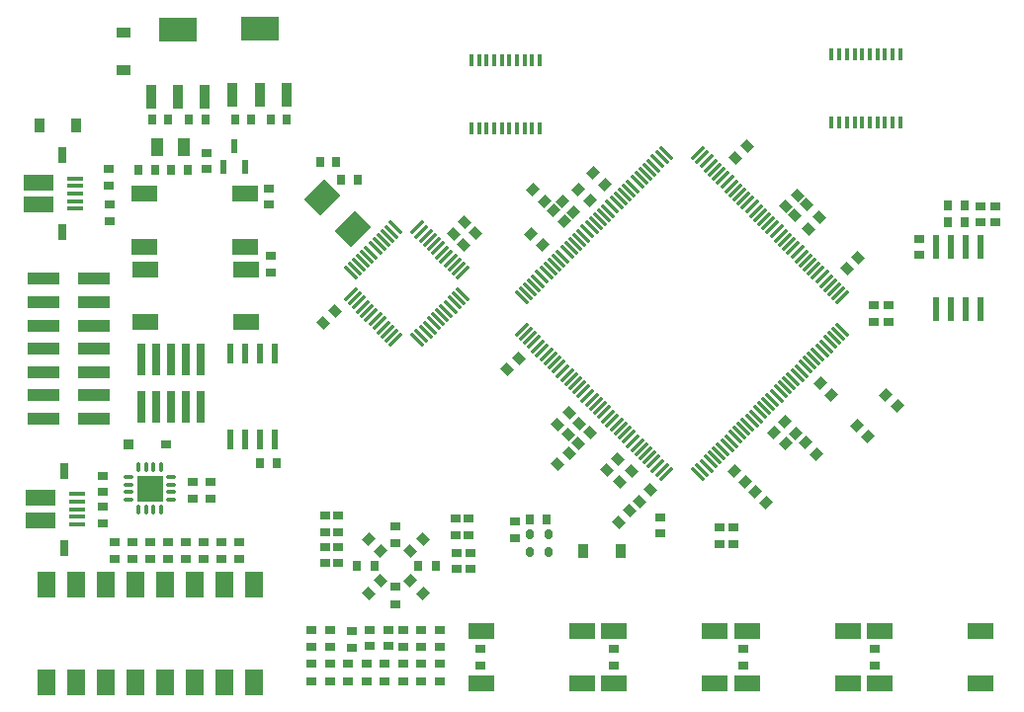
<source format=gtp>
%FSLAX25Y25*%
%MOIN*%
G70*
G01*
G75*
G04 Layer_Color=8421504*
%ADD10R,0.03347X0.03150*%
G04:AMPARAMS|DCode=11|XSize=25.59mil|YSize=33.47mil|CornerRadius=6.4mil|HoleSize=0mil|Usage=FLASHONLY|Rotation=180.000|XOffset=0mil|YOffset=0mil|HoleType=Round|Shape=RoundedRectangle|*
%AMROUNDEDRECTD11*
21,1,0.02559,0.02067,0,0,180.0*
21,1,0.01280,0.03347,0,0,180.0*
1,1,0.01280,-0.00640,0.01034*
1,1,0.01280,0.00640,0.01034*
1,1,0.01280,0.00640,-0.01034*
1,1,0.01280,-0.00640,-0.01034*
%
%ADD11ROUNDEDRECTD11*%
%ADD12R,0.03150X0.03347*%
%ADD13R,0.02362X0.04724*%
%ADD14R,0.04331X0.05906*%
G04:AMPARAMS|DCode=15|XSize=33.47mil|YSize=31.5mil|CornerRadius=0mil|HoleSize=0mil|Usage=FLASHONLY|Rotation=225.000|XOffset=0mil|YOffset=0mil|HoleType=Round|Shape=Rectangle|*
%AMROTATEDRECTD15*
4,1,4,0.00070,0.02297,0.02297,0.00070,-0.00070,-0.02297,-0.02297,-0.00070,0.00070,0.02297,0.0*
%
%ADD15ROTATEDRECTD15*%

%ADD16R,0.03819X0.03543*%
%ADD17R,0.03819X0.02559*%
%ADD18R,0.08500X0.05500*%
%ADD19R,0.08661X0.08661*%
%ADD20O,0.03740X0.01181*%
%ADD21O,0.01181X0.03740*%
G04:AMPARAMS|DCode=22|XSize=33.47mil|YSize=31.5mil|CornerRadius=0mil|HoleSize=0mil|Usage=FLASHONLY|Rotation=315.000|XOffset=0mil|YOffset=0mil|HoleType=Round|Shape=Rectangle|*
%AMROTATEDRECTD22*
4,1,4,-0.02297,0.00070,-0.00070,0.02297,0.02297,-0.00070,0.00070,-0.02297,-0.02297,0.00070,0.0*
%
%ADD22ROTATEDRECTD22*%

%ADD23R,0.03543X0.08268*%
%ADD24R,0.12992X0.08268*%
%ADD25R,0.04724X0.03347*%
%ADD26R,0.05000X0.03347*%
%ADD27R,0.03347X0.04724*%
%ADD28R,0.03347X0.05000*%
%ADD29R,0.02900X0.11000*%
G04:AMPARAMS|DCode=30|XSize=78.74mil|YSize=94.49mil|CornerRadius=0mil|HoleSize=0mil|Usage=FLASHONLY|Rotation=315.000|XOffset=0mil|YOffset=0mil|HoleType=Round|Shape=Rectangle|*
%AMROTATEDRECTD30*
4,1,4,-0.06125,-0.00557,0.00557,0.06125,0.06125,0.00557,-0.00557,-0.06125,-0.06125,-0.00557,0.0*
%
%ADD30ROTATEDRECTD30*%

%ADD31R,0.06000X0.08500*%
%ADD32R,0.02362X0.08071*%
G04:AMPARAMS|DCode=33|XSize=9.84mil|YSize=59.06mil|CornerRadius=0mil|HoleSize=0mil|Usage=FLASHONLY|Rotation=45.000|XOffset=0mil|YOffset=0mil|HoleType=Round|Shape=Rectangle|*
%AMROTATEDRECTD33*
4,1,4,0.01740,-0.02436,-0.02436,0.01740,-0.01740,0.02436,0.02436,-0.01740,0.01740,-0.02436,0.0*
%
%ADD33ROTATEDRECTD33*%

G04:AMPARAMS|DCode=34|XSize=9.84mil|YSize=59.06mil|CornerRadius=0mil|HoleSize=0mil|Usage=FLASHONLY|Rotation=135.000|XOffset=0mil|YOffset=0mil|HoleType=Round|Shape=Rectangle|*
%AMROTATEDRECTD34*
4,1,4,0.02436,0.01740,-0.01740,-0.02436,-0.02436,-0.01740,0.01740,0.02436,0.02436,0.01740,0.0*
%
%ADD34ROTATEDRECTD34*%

%ADD35R,0.02362X0.07087*%
%ADD36R,0.11024X0.03937*%
%ADD37R,0.01378X0.03937*%
%ADD38R,0.05512X0.01575*%
%ADD39R,0.09843X0.05610*%
%ADD40R,0.02756X0.05610*%
%ADD41C,0.01400*%
%ADD42C,0.01200*%
%ADD43R,0.06500X0.06500*%
%ADD44C,0.06500*%
%ADD45C,0.08661*%
%ADD46R,0.06500X0.06500*%
%ADD47R,0.05906X0.05906*%
%ADD48C,0.05906*%
%ADD49C,0.06299*%
%ADD50C,0.05709*%
%ADD51C,0.02598*%
%ADD52C,0.02500*%
%ADD53C,0.01000*%
%ADD54C,0.00984*%
%ADD55C,0.00787*%
%ADD56C,0.02362*%
%ADD57C,0.00700*%
%ADD58C,0.00591*%
%ADD59C,0.00600*%
%ADD60C,0.00800*%
%ADD61C,0.00400*%
%ADD62C,0.00500*%
D10*
X168000Y56244D02*
D03*
Y61756D02*
D03*
X64000Y180744D02*
D03*
Y186256D02*
D03*
X241900Y59856D02*
D03*
Y54344D02*
D03*
X294000Y134953D02*
D03*
Y129047D02*
D03*
X289000Y129244D02*
D03*
Y134756D02*
D03*
X237100Y54344D02*
D03*
Y59856D02*
D03*
X29000Y61244D02*
D03*
Y66756D02*
D03*
X65600Y69544D02*
D03*
Y75056D02*
D03*
X59500Y69544D02*
D03*
Y75056D02*
D03*
X29000Y77256D02*
D03*
Y71744D02*
D03*
X127900Y54447D02*
D03*
Y60353D02*
D03*
Y39753D02*
D03*
Y33847D02*
D03*
X31000Y175244D02*
D03*
Y180756D02*
D03*
X31500Y168756D02*
D03*
Y163244D02*
D03*
X85900Y145944D02*
D03*
Y151456D02*
D03*
X124243Y13753D02*
D03*
Y7847D02*
D03*
X118057Y13753D02*
D03*
Y7847D02*
D03*
X99500Y13753D02*
D03*
Y7847D02*
D03*
X111871Y13753D02*
D03*
Y7847D02*
D03*
X136614Y13753D02*
D03*
Y7847D02*
D03*
X142800Y13753D02*
D03*
Y7847D02*
D03*
X130429Y13753D02*
D03*
Y7847D02*
D03*
X105686Y13753D02*
D03*
Y7847D02*
D03*
X156500Y13244D02*
D03*
Y18756D02*
D03*
X289500Y13244D02*
D03*
Y18756D02*
D03*
X245000Y13244D02*
D03*
Y18756D02*
D03*
X201500Y13244D02*
D03*
Y18756D02*
D03*
X75000Y54756D02*
D03*
Y49244D02*
D03*
X69000Y54756D02*
D03*
Y49244D02*
D03*
X63000Y54756D02*
D03*
Y49244D02*
D03*
X57000Y54756D02*
D03*
Y49244D02*
D03*
X51000Y54756D02*
D03*
Y49244D02*
D03*
X45000D02*
D03*
Y54756D02*
D03*
X39000Y49244D02*
D03*
Y54756D02*
D03*
X33000Y49244D02*
D03*
Y54756D02*
D03*
X85100Y168744D02*
D03*
Y174256D02*
D03*
X325000Y168256D02*
D03*
Y162744D02*
D03*
X330000Y168256D02*
D03*
Y162744D02*
D03*
X217000Y63256D02*
D03*
Y57744D02*
D03*
X304500Y157256D02*
D03*
Y151744D02*
D03*
X105686Y19544D02*
D03*
Y25056D02*
D03*
X130429Y19544D02*
D03*
Y25056D02*
D03*
X142800Y19544D02*
D03*
Y25056D02*
D03*
X136614Y19544D02*
D03*
Y25056D02*
D03*
X113000Y19244D02*
D03*
Y24756D02*
D03*
X99500Y19544D02*
D03*
Y25056D02*
D03*
X119000Y19744D02*
D03*
Y25256D02*
D03*
X125500Y19744D02*
D03*
Y25256D02*
D03*
X108500Y47744D02*
D03*
Y53256D02*
D03*
X153000Y45744D02*
D03*
Y51256D02*
D03*
X104000Y47744D02*
D03*
X104000Y53256D02*
D03*
X104000Y58244D02*
D03*
X104000Y63756D02*
D03*
X108500Y58244D02*
D03*
Y63756D02*
D03*
X148000Y57244D02*
D03*
Y62756D02*
D03*
X152500Y57244D02*
D03*
Y62756D02*
D03*
X148500Y45744D02*
D03*
X148500Y51256D02*
D03*
D11*
X179496Y57602D02*
D03*
X173000D02*
D03*
Y51500D02*
D03*
X179496D02*
D03*
D12*
X178756Y62500D02*
D03*
X173244D02*
D03*
X46756Y180500D02*
D03*
X41244D02*
D03*
X135547Y46700D02*
D03*
X141453D02*
D03*
X120853Y46800D02*
D03*
X114947D02*
D03*
X115056Y177100D02*
D03*
X109544D02*
D03*
X102344Y183200D02*
D03*
X107856D02*
D03*
X57756Y180500D02*
D03*
X52244D02*
D03*
X91256Y197500D02*
D03*
X85744D02*
D03*
X45744D02*
D03*
X51256D02*
D03*
X82244Y81500D02*
D03*
X87756D02*
D03*
X79256Y197500D02*
D03*
X73744D02*
D03*
X63756D02*
D03*
X58244D02*
D03*
X314244Y163000D02*
D03*
X319756D02*
D03*
X314244Y168500D02*
D03*
X319756D02*
D03*
D13*
X69760Y181457D02*
D03*
X77240D02*
D03*
X73500Y188543D02*
D03*
D14*
X56449Y188067D02*
D03*
X47394D02*
D03*
D15*
X287249Y90451D02*
D03*
X283351Y94349D02*
D03*
X297049Y100751D02*
D03*
X293151Y104649D02*
D03*
X132883Y41817D02*
D03*
X137059Y37641D02*
D03*
X122917Y51783D02*
D03*
X118741Y55959D02*
D03*
X193449Y170051D02*
D03*
X189551Y173949D02*
D03*
X259449Y88051D02*
D03*
X255551Y91949D02*
D03*
X262949Y91551D02*
D03*
X259051Y95449D02*
D03*
X269949Y84551D02*
D03*
X266051Y88449D02*
D03*
X174251Y173749D02*
D03*
X178149Y169851D02*
D03*
X184051Y169949D02*
D03*
X187949Y166051D02*
D03*
X184949Y163051D02*
D03*
X181051Y166949D02*
D03*
X173551Y158949D02*
D03*
X177449Y155051D02*
D03*
X194551Y179449D02*
D03*
X198449Y175551D02*
D03*
X274949Y104551D02*
D03*
X271051Y108449D02*
D03*
X245949Y75051D02*
D03*
X242051Y78949D02*
D03*
X249051Y71949D02*
D03*
X252949Y68051D02*
D03*
D16*
X37819Y88000D02*
D03*
D17*
X50417D02*
D03*
D18*
X291200Y7200D02*
D03*
X325200D02*
D03*
X291200Y25000D02*
D03*
X325200D02*
D03*
X246367Y7200D02*
D03*
X280367D02*
D03*
X246367Y25000D02*
D03*
X280367D02*
D03*
X201533Y7200D02*
D03*
X235533D02*
D03*
X201533Y25000D02*
D03*
X235533D02*
D03*
X156700Y7200D02*
D03*
X190700D02*
D03*
X156700Y25000D02*
D03*
X190700D02*
D03*
X77500Y146900D02*
D03*
X43500D02*
D03*
X77500Y129100D02*
D03*
X43500D02*
D03*
X77000Y172400D02*
D03*
X43000D02*
D03*
X77000Y154600D02*
D03*
X43000D02*
D03*
D19*
X45000Y73000D02*
D03*
D20*
X52185Y76839D02*
D03*
Y74279D02*
D03*
Y71720D02*
D03*
Y69161D02*
D03*
X37815D02*
D03*
Y71720D02*
D03*
Y74279D02*
D03*
Y76839D02*
D03*
D21*
X48839Y65815D02*
D03*
X46279D02*
D03*
X43720D02*
D03*
X41161D02*
D03*
Y80185D02*
D03*
X43720D02*
D03*
X46279D02*
D03*
X48839D02*
D03*
D22*
X132883Y51783D02*
D03*
X137059Y55959D02*
D03*
X122917Y41817D02*
D03*
X118741Y37641D02*
D03*
X154849Y159249D02*
D03*
X150951Y155351D02*
D03*
X151313Y162784D02*
D03*
X147416Y158887D02*
D03*
X107349Y132749D02*
D03*
X103451Y128851D02*
D03*
X210051Y68551D02*
D03*
X213949Y72449D02*
D03*
X193449Y91949D02*
D03*
X189551Y88051D02*
D03*
X199051Y79051D02*
D03*
X202949Y82949D02*
D03*
X266449Y168949D02*
D03*
X262551Y165051D02*
D03*
X186449Y84949D02*
D03*
X182551Y81051D02*
D03*
X206949Y65449D02*
D03*
X203051Y61551D02*
D03*
X189949Y94949D02*
D03*
X186051Y91051D02*
D03*
X263449Y171949D02*
D03*
X259551Y168051D02*
D03*
X246449Y188449D02*
D03*
X242551Y184551D02*
D03*
X283949Y150949D02*
D03*
X280051Y147051D02*
D03*
X270949Y164449D02*
D03*
X267051Y160551D02*
D03*
X182551Y94551D02*
D03*
X186449Y98449D02*
D03*
X203551Y75051D02*
D03*
X207449Y78949D02*
D03*
X165551Y113051D02*
D03*
X169449Y116949D02*
D03*
D23*
X72945Y205780D02*
D03*
X82000D02*
D03*
X91055D02*
D03*
X45445Y205280D02*
D03*
X54500D02*
D03*
X63555D02*
D03*
D24*
X82000Y228221D02*
D03*
X54500Y227720D02*
D03*
D25*
X36000Y214201D02*
D03*
D26*
Y226799D02*
D03*
D27*
X203799Y52000D02*
D03*
X20299Y195500D02*
D03*
D28*
X191201Y52000D02*
D03*
X7701Y195500D02*
D03*
D29*
X62000Y116500D02*
D03*
Y100500D02*
D03*
X57000Y116500D02*
D03*
Y100500D02*
D03*
X52000Y116500D02*
D03*
Y100500D02*
D03*
X47000Y116500D02*
D03*
Y100500D02*
D03*
X42000Y116500D02*
D03*
Y100500D02*
D03*
D30*
X103078Y171222D02*
D03*
X113657Y160643D02*
D03*
D31*
X10000Y7500D02*
D03*
X20000D02*
D03*
X30000D02*
D03*
X40000D02*
D03*
X50000D02*
D03*
X60000D02*
D03*
X70000D02*
D03*
X80000D02*
D03*
X10000Y40500D02*
D03*
X20000D02*
D03*
X30000D02*
D03*
X40000D02*
D03*
X50000D02*
D03*
X60000D02*
D03*
X70000D02*
D03*
X80000D02*
D03*
D32*
X320000Y154532D02*
D03*
X315000D02*
D03*
Y133469D02*
D03*
X310000Y154532D02*
D03*
X325000Y133469D02*
D03*
X320000D02*
D03*
X310000D02*
D03*
X325000Y154532D02*
D03*
D33*
X170353Y137429D02*
D03*
X171745Y138821D02*
D03*
X173137Y140213D02*
D03*
X174529Y141604D02*
D03*
X175921Y142997D02*
D03*
X177313Y144388D02*
D03*
X178705Y145780D02*
D03*
X180097Y147172D02*
D03*
X181489Y148564D02*
D03*
X182881Y149956D02*
D03*
X184273Y151348D02*
D03*
X185665Y152740D02*
D03*
X187057Y154132D02*
D03*
X188449Y155524D02*
D03*
X189840Y156916D02*
D03*
X191233Y158308D02*
D03*
X192625Y159700D02*
D03*
X194017Y161092D02*
D03*
X195408Y162484D02*
D03*
X196800Y163875D02*
D03*
X198192Y165268D02*
D03*
X199584Y166659D02*
D03*
X200976Y168051D02*
D03*
X202368Y169443D02*
D03*
X203760Y170835D02*
D03*
X205152Y172227D02*
D03*
X206544Y173619D02*
D03*
X207936Y175011D02*
D03*
X209328Y176403D02*
D03*
X210720Y177795D02*
D03*
X212112Y179187D02*
D03*
X213504Y180579D02*
D03*
X214896Y181971D02*
D03*
X216288Y183363D02*
D03*
X217680Y184755D02*
D03*
X219071Y186147D02*
D03*
X278646Y126572D02*
D03*
X277255Y125180D02*
D03*
X275863Y123788D02*
D03*
X274471Y122396D02*
D03*
X273079Y121004D02*
D03*
X271687Y119612D02*
D03*
X270295Y118220D02*
D03*
X268903Y116828D02*
D03*
X267511Y115436D02*
D03*
X266119Y114044D02*
D03*
X264727Y112652D02*
D03*
X263335Y111260D02*
D03*
X261943Y109868D02*
D03*
X260551Y108476D02*
D03*
X259159Y107084D02*
D03*
X257767Y105692D02*
D03*
X256376Y104300D02*
D03*
X254984Y102909D02*
D03*
X253591Y101516D02*
D03*
X252200Y100125D02*
D03*
X250808Y98733D02*
D03*
X249416Y97341D02*
D03*
X248024Y95949D02*
D03*
X246632Y94557D02*
D03*
X245240Y93165D02*
D03*
X243848Y91773D02*
D03*
X242456Y90381D02*
D03*
X241064Y88989D02*
D03*
X239672Y87597D02*
D03*
X238280Y86205D02*
D03*
X236888Y84813D02*
D03*
X235496Y83421D02*
D03*
X234104Y82029D02*
D03*
X232713Y80637D02*
D03*
X231321Y79246D02*
D03*
X229928Y77853D02*
D03*
X150530Y138481D02*
D03*
X149138Y137089D02*
D03*
X147747Y135697D02*
D03*
X146355Y134305D02*
D03*
X144963Y132913D02*
D03*
X143571Y131521D02*
D03*
X142179Y130129D02*
D03*
X140787Y128737D02*
D03*
X139395Y127345D02*
D03*
X138003Y125953D02*
D03*
X136611Y124562D02*
D03*
X135219Y123170D02*
D03*
X112670Y145719D02*
D03*
X114061Y147111D02*
D03*
X115454Y148503D02*
D03*
X116845Y149895D02*
D03*
X118237Y151287D02*
D03*
X119629Y152679D02*
D03*
X121021Y154071D02*
D03*
X122413Y155463D02*
D03*
X123805Y156855D02*
D03*
X125197Y158247D02*
D03*
X126589Y159639D02*
D03*
X127981Y161030D02*
D03*
D34*
X229928Y186147D02*
D03*
X231321Y184755D02*
D03*
X232713Y183363D02*
D03*
X234104Y181971D02*
D03*
X235496Y180579D02*
D03*
X236888Y179187D02*
D03*
X238280Y177795D02*
D03*
X239672Y176403D02*
D03*
X241064Y175011D02*
D03*
X242456Y173619D02*
D03*
X243848Y172227D02*
D03*
X245240Y170835D02*
D03*
X246632Y169443D02*
D03*
X248024Y168051D02*
D03*
X249416Y166659D02*
D03*
X250808Y165268D02*
D03*
X252200Y163875D02*
D03*
X253591Y162484D02*
D03*
X254983Y161092D02*
D03*
X256376Y159700D02*
D03*
X257767Y158308D02*
D03*
X259159Y156916D02*
D03*
X260551Y155524D02*
D03*
X261943Y154132D02*
D03*
X263335Y152740D02*
D03*
X264727Y151348D02*
D03*
X266119Y149956D02*
D03*
X267511Y148564D02*
D03*
X268903Y147172D02*
D03*
X270295Y145780D02*
D03*
X271687Y144388D02*
D03*
X273079Y142996D02*
D03*
X274471Y141604D02*
D03*
X275863Y140213D02*
D03*
X277255Y138821D02*
D03*
X278646Y137429D02*
D03*
X219071Y77853D02*
D03*
X217680Y79246D02*
D03*
X216287Y80637D02*
D03*
X214896Y82029D02*
D03*
X213504Y83421D02*
D03*
X212112Y84813D02*
D03*
X210720Y86205D02*
D03*
X209328Y87597D02*
D03*
X207936Y88989D02*
D03*
X206544Y90381D02*
D03*
X205152Y91773D02*
D03*
X203760Y93165D02*
D03*
X202368Y94557D02*
D03*
X200976Y95949D02*
D03*
X199584Y97341D02*
D03*
X198192Y98733D02*
D03*
X196800Y100125D02*
D03*
X195408Y101516D02*
D03*
X194017Y102909D02*
D03*
X192625Y104300D02*
D03*
X191233Y105692D02*
D03*
X189840Y107084D02*
D03*
X188449Y108476D02*
D03*
X187057Y109868D02*
D03*
X185665Y111260D02*
D03*
X184273Y112652D02*
D03*
X182881Y114044D02*
D03*
X181489Y115436D02*
D03*
X180097Y116828D02*
D03*
X178705Y118220D02*
D03*
X177313Y119612D02*
D03*
X175921Y121004D02*
D03*
X174529Y122396D02*
D03*
X173137Y123788D02*
D03*
X171745Y125180D02*
D03*
X170353Y126572D02*
D03*
X135219Y161030D02*
D03*
X136611Y159639D02*
D03*
X138003Y158247D02*
D03*
X139395Y156855D02*
D03*
X140787Y155463D02*
D03*
X142179Y154071D02*
D03*
X143571Y152679D02*
D03*
X144963Y151287D02*
D03*
X146355Y149895D02*
D03*
X147747Y148503D02*
D03*
X149138Y147111D02*
D03*
X150530Y145719D02*
D03*
X127981Y123170D02*
D03*
X126589Y124562D02*
D03*
X125197Y125953D02*
D03*
X123805Y127345D02*
D03*
X122413Y128737D02*
D03*
X121021Y130129D02*
D03*
X119629Y131521D02*
D03*
X118237Y132913D02*
D03*
X116845Y134305D02*
D03*
X115454Y135697D02*
D03*
X114061Y137089D02*
D03*
X112670Y138481D02*
D03*
D35*
X72000Y89433D02*
D03*
X77000D02*
D03*
X82000D02*
D03*
X87000D02*
D03*
X72000Y118567D02*
D03*
X77000D02*
D03*
X82000D02*
D03*
X87000D02*
D03*
D36*
X26000Y96500D02*
D03*
X9071D02*
D03*
X26000Y104374D02*
D03*
X9071D02*
D03*
X26000Y112248D02*
D03*
X9071D02*
D03*
X26000Y120122D02*
D03*
X9071D02*
D03*
X26000Y127996D02*
D03*
X9071D02*
D03*
X26000Y135870D02*
D03*
X9071D02*
D03*
X26000Y143744D02*
D03*
X9071D02*
D03*
D37*
X298016Y219614D02*
D03*
X295457D02*
D03*
X292898D02*
D03*
X290339D02*
D03*
X287779D02*
D03*
X285221D02*
D03*
X282661D02*
D03*
X280102D02*
D03*
X277543D02*
D03*
X274984D02*
D03*
X298016Y196386D02*
D03*
X295457D02*
D03*
X292898D02*
D03*
X290339D02*
D03*
X287779D02*
D03*
X285221D02*
D03*
X282661D02*
D03*
X280102D02*
D03*
X277543D02*
D03*
X274984D02*
D03*
X176516Y217614D02*
D03*
X173957D02*
D03*
X171398D02*
D03*
X168839D02*
D03*
X166279D02*
D03*
X163721D02*
D03*
X161161D02*
D03*
X158602D02*
D03*
X156043D02*
D03*
X153484D02*
D03*
X176516Y194386D02*
D03*
X173957D02*
D03*
X171398D02*
D03*
X168839D02*
D03*
X166279D02*
D03*
X163721D02*
D03*
X161161D02*
D03*
X158602D02*
D03*
X156043D02*
D03*
X153484D02*
D03*
D38*
X19929Y177618D02*
D03*
Y175059D02*
D03*
Y167382D02*
D03*
Y169941D02*
D03*
Y172500D02*
D03*
X20429Y71118D02*
D03*
Y68559D02*
D03*
Y60882D02*
D03*
Y63441D02*
D03*
Y66000D02*
D03*
D39*
X7642Y168711D02*
D03*
Y176289D02*
D03*
X8142Y62211D02*
D03*
Y69789D02*
D03*
D40*
X15516Y185492D02*
D03*
Y159508D02*
D03*
X16016Y78992D02*
D03*
Y53008D02*
D03*
M02*

</source>
